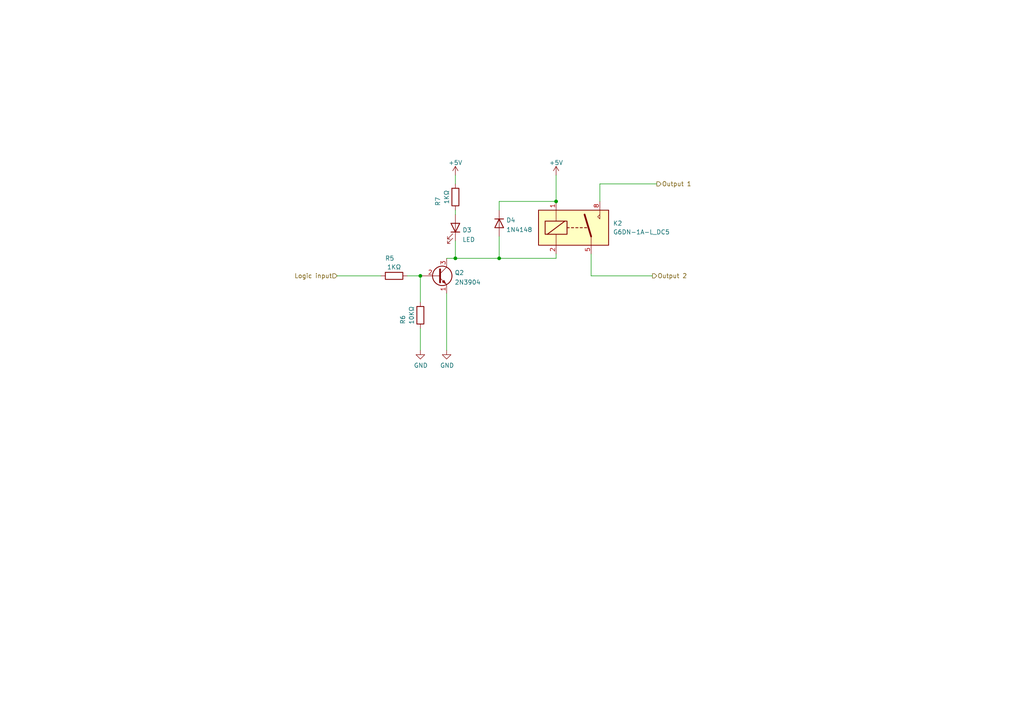
<source format=kicad_sch>
(kicad_sch (version 20211123) (generator eeschema)
  (paper "A4")
  (lib_symbols
    (symbol "Device:LED" (pin_numbers hide) (pin_names (offset 1.016) hide)
      (property "Reference" "D" (at 0 2.54 0))
      (property "Value" "LED" (at 0 -2.54 0))
      (symbol "LED_0_1"
        (polyline (pts (xy -1.27 -1.27) (xy -1.27 1.27)) (stroke (width 0.254)))
        (polyline (pts (xy -1.27 0) (xy 1.27 0)))
        (polyline (pts (xy 1.27 -1.27) (xy 1.27 1.27) (xy -1.27 0) (xy 1.27 -1.27)) (stroke (width 0.254)))
        (polyline (pts (xy -3.048 -0.762) (xy -4.572 -2.286) (xy -3.81 -2.286) (xy -4.572 -2.286) (xy -4.572 -1.524)))
        (polyline (pts (xy -1.778 -0.762) (xy -3.302 -2.286) (xy -2.54 -2.286) (xy -3.302 -2.286) (xy -3.302 -1.524)))
      )
      (symbol "LED_1_1"
        (pin passive line (at -3.81 0 0) (length 2.54) (name "K") (number "1"))
        (pin passive line (at 3.81 0 180) (length 2.54) (name "A") (number "2"))
      )
    )
    (symbol "Device:R" (pin_numbers hide) (pin_names (offset 0))
      (property "Reference" "R" (at 2.032 0 90))
      (property "Value" "R" (at 0 0 90))
      (symbol "R_0_1"
        (rectangle (start -1.016 -2.54) (end 1.016 2.54) (stroke (width 0.254)))
      )
      (symbol "R_1_1"
        (pin passive line (at 0 3.81 270) (length 1.27) (name "~") (number "1"))
        (pin passive line (at 0 -3.81 90) (length 1.27) (name "~") (number "2"))
      )
    )
    (symbol "Diode:1N4148" (pin_numbers hide) (pin_names (offset 1.016) hide)
      (property "Reference" "D" (at 0 2.54 0))
      (property "Value" "1N4148" (at 0 -2.54 0))
      (symbol "1N4148_0_1"
        (polyline (pts (xy -1.27 1.27) (xy -1.27 -1.27)) (stroke (width 0.254)))
        (polyline (pts (xy 1.27 0) (xy -1.27 0)))
        (polyline (pts (xy 1.27 1.27) (xy 1.27 -1.27) (xy -1.27 0) (xy 1.27 1.27)) (stroke (width 0.254)))
      )
      (symbol "1N4148_1_1"
        (pin passive line (at -3.81 0 0) (length 2.54) (name "K") (number "1"))
        (pin passive line (at 3.81 0 180) (length 2.54) (name "A") (number "2"))
      )
    )
    (symbol "Transistor_BJT:2N3904" (pin_names (offset 0) hide)
      (property "Reference" "Q" (at 5.08 1.905 0))
      (property "Value" "2N3904" (at 5.08 0 0))
      (symbol "2N3904_0_1"
        (polyline (pts (xy 0.635 0.635) (xy 2.54 2.54)))
        (polyline (pts (xy 0.635 -0.635) (xy 2.54 -2.54) (xy 2.54 -2.54)))
        (polyline (pts (xy 0.635 1.905) (xy 0.635 -1.905) (xy 0.635 -1.905)) (stroke (width 0.508)))
        (polyline (pts (xy 1.27 -1.778) (xy 1.778 -1.27) (xy 2.286 -2.286) (xy 1.27 -1.778) (xy 1.27 -1.778)) (fill (type outline)))
        (circle (center 1.27 0) (radius 2.8194) (stroke (width 0.254)))
      )
      (symbol "2N3904_1_1"
        (pin passive line (at 2.54 -5.08 90) (length 2.54) (name "E") (number "1"))
        (pin passive line (at -5.08 0 0) (length 5.715) (name "B") (number "2"))
        (pin passive line (at 2.54 5.08 270) (length 2.54) (name "C") (number "3"))
      )
    )
    (symbol "mylife-symbols:G6DN-1A-L_DC5"
      (property "Reference" "K" (at 11.43 3.81 0))
      (property "Value" "G6DN-1A-L_DC5" (at 11.43 1.27 0))
      (symbol "G6DN-1A-L_DC5_0_0"
        (polyline (pts (xy 7.62 5.08) (xy 7.62 2.54) (xy 6.985 3.175) (xy 7.62 3.81)))
      )
      (symbol "G6DN-1A-L_DC5_0_1"
        (rectangle (start -10.16 5.08) (end 10.16 -5.08) (stroke (width 0.254)) (fill (type background)))
        (rectangle (start -8.255 1.905) (end -1.905 -1.905) (stroke (width 0.254)))
        (polyline (pts (xy -7.62 -1.905) (xy -2.54 1.905)) (stroke (width 0.254)))
        (polyline (pts (xy -5.08 -5.08) (xy -5.08 -1.905)))
        (polyline (pts (xy -5.08 5.08) (xy -5.08 1.905)))
        (polyline (pts (xy -1.905 0) (xy -1.27 0)) (stroke (width 0.254)))
        (polyline (pts (xy -0.635 0) (xy 0 0)) (stroke (width 0.254)))
        (polyline (pts (xy 0.635 0) (xy 1.27 0)) (stroke (width 0.254)))
        (polyline (pts (xy 1.905 0) (xy 2.54 0)) (stroke (width 0.254)))
        (polyline (pts (xy 3.175 0) (xy 3.81 0)) (stroke (width 0.254)))
        (polyline (pts (xy 5.08 -2.54) (xy 3.175 3.81)) (stroke (width 0.508)))
        (polyline (pts (xy 5.08 -2.54) (xy 5.08 -5.08)))
      )
      (symbol "G6DN-1A-L_DC5_1_1"
        (pin passive line (at -5.08 7.62 270) (length 2.54) (name "~") (number "1"))
        (pin passive line (at -5.08 -7.62 90) (length 2.54) (name "~") (number "2"))
        (pin passive line (at 5.08 -7.62 90) (length 2.54) (name "~") (number "5"))
        (pin passive line (at 7.62 7.62 270) (length 2.54) (name "~") (number "8"))
      )
    )
    (symbol "power:+5V" (power) (pin_names (offset 0))
      (property "Value" "+5V" (at 0 3.556 0))
      (symbol "+5V_0_1"
        (polyline (pts (xy -0.762 1.27) (xy 0 2.54)))
        (polyline (pts (xy 0 0) (xy 0 2.54)))
        (polyline (pts (xy 0 2.54) (xy 0.762 1.27)))
      )
      (symbol "+5V_1_1"
        (pin power_in line (at 0 0 90) (length 0) hide (name "+5V") (number "1"))
      )
    )
    (symbol "power:GND" (power) (pin_names (offset 0))
      (property "Value" "GND" (at 0 -3.81 0))
      (symbol "GND_0_1"
        (polyline (pts (xy 0 0) (xy 0 -1.27) (xy 1.27 -1.27) (xy 0 -2.54) (xy -1.27 -1.27) (xy 0 -1.27)))
      )
      (symbol "GND_1_1"
        (pin power_in line (at 0 0 270) (length 0) hide (name "GND") (number "1"))
      )
    )
  )
  (junction (at 144.78 74.93))
  (junction (at 161.29 58.42))
  (junction (at 121.92 80.01))
  (junction (at 132.08 74.93))
  (wire (pts (xy 144.78 74.93) (xy 161.29 74.93)))
  (wire (pts (xy 132.08 74.93) (xy 129.54 74.93)))
  (wire (pts (xy 173.99 53.34) (xy 190.5 53.34)))
  (wire (pts (xy 132.08 69.85) (xy 132.08 74.93)))
  (wire (pts (xy 97.79 80.01) (xy 110.49 80.01)))
  (wire (pts (xy 171.45 80.01) (xy 171.45 73.66)))
  (wire (pts (xy 121.92 80.01) (xy 121.92 87.63)))
  (wire (pts (xy 144.78 74.93) (xy 132.08 74.93)))
  (wire (pts (xy 171.45 80.01) (xy 189.23 80.01)))
  (wire (pts (xy 144.78 58.42) (xy 161.29 58.42)))
  (wire (pts (xy 161.29 50.8) (xy 161.29 58.42)))
  (wire (pts (xy 129.54 85.09) (xy 129.54 101.6)))
  (wire (pts (xy 118.11 80.01) (xy 121.92 80.01)))
  (wire (pts (xy 144.78 68.58) (xy 144.78 74.93)))
  (wire (pts (xy 132.08 50.8) (xy 132.08 53.34)))
  (wire (pts (xy 144.78 60.96) (xy 144.78 58.42)))
  (wire (pts (xy 173.99 53.34) (xy 173.99 58.42)))
  (wire (pts (xy 161.29 73.66) (xy 161.29 74.93)))
  (wire (pts (xy 121.92 95.25) (xy 121.92 101.6)))
  (wire (pts (xy 132.08 60.96) (xy 132.08 62.23)))
  (hierarchical_label "Logic input" (shape input) (at 97.79 80.01 180))
  (hierarchical_label "Output 1" (shape output) (at 190.5 53.34 0))
  (hierarchical_label "Output 2" (shape output) (at 189.23 80.01 0))
  (symbol (lib_id "mylife-symbols:G6DN-1A-L_DC5") (at 166.37 66.04 0)
    (property "Reference" "K2" (at 177.8 64.7699 0) (effects (justify left)))
    (property "Value" "G6DN-1A-L_DC5" (at 177.8 67.3099 0) (effects (justify left)))
    (property "Footprint" "rs-online:G6DN-1A-L" (effects hide))
    (property "Datasheet" "https://www.omron.com/ecb/products/pdf/en-g6e.pdf" (effects hide))
  )
  (symbol (lib_id "power:+5V") (at 161.29 50.8 0)
    (property "Reference" "#PWR020" (effects hide))
    (property "Value" "+5V" (at 161.29 47.1955 0))
  )
  (symbol (lib_id "Device:R") (at 114.3 80.01 270)
    (property "Reference" "R5" (at 113.03 74.93 90))
    (property "Value" "1KΩ" (at 114.3 77.47 90))
    (property "Footprint" "Resistor_SMD:R_0402_1005Metric" (effects hide))
    (property "Datasheet" "https://datasheet.lcsc.com/lcsc/2206010216_UNI-ROYAL-Uniroyal-Elec-0402WGF1001TCE_C11702.pdf" (effects hide))
    (property "LCSC" "C11702" (effects hide))
  )
  (symbol (lib_id "Diode:1N4148") (at 144.78 64.77 270)
    (property "Reference" "D4" (at 146.812 63.8615 90) (effects (justify left)))
    (property "Value" "1N4148" (at 146.812 66.6366 90) (effects (justify left)))
    (property "Footprint" "Diode_SMD:D_SOD-123" (effects hide))
    (property "Datasheet" "https://datasheet.lcsc.com/lcsc/1811061725_ST-Semtech-1N4148W_C81598.pdf" (effects hide))
    (property "LCSC" "C81598" (effects hide))
  )
  (symbol (lib_id "power:+5V") (at 132.08 50.8 0)
    (property "Reference" "#PWR019" (effects hide))
    (property "Value" "+5V" (at 132.08 47.1955 0))
  )
  (symbol (lib_id "Transistor_BJT:2N3904") (at 127 80.01 0)
    (property "Reference" "Q2" (at 131.8514 79.1015 0) (effects (justify left)))
    (property "Value" "2N3904" (at 131.8514 81.8766 0) (effects (justify left)))
    (property "Footprint" "jlcpcb:SOT-23-3_L2.9-W1.3-P1.90-LS2.4-TR" (effects hide))
    (property "Datasheet" "https://datasheet.lcsc.com/lcsc/1806151220_KEC-Semicon-2N3904S-RTK-PS_C18536.pdf" (effects hide))
    (property "LCSC" "C18536" (effects hide))
  )
  (symbol (lib_id "Device:LED") (at 132.08 66.04 270) (mirror x)
    (property "Reference" "D3" (at 134.112 66.719 90) (effects (justify left)))
    (property "Value" "LED" (at 134.112 69.4941 90) (effects (justify left)))
    (property "Footprint" "Diode_SMD:D_0805_2012Metric" (effects hide))
    (property "Datasheet" "https://datasheet.lcsc.com/lcsc/1806151820_Hubei-KENTO-Elec-C2297_C2297.pdf" (effects hide))
    (property "LCSC" "C2297" (effects hide))
  )
  (symbol (lib_id "Device:R") (at 121.92 91.44 0)
    (property "Reference" "R6" (at 116.84 92.71 90))
    (property "Value" "10KΩ" (at 119.38 91.44 90))
    (property "Footprint" "Resistor_SMD:R_0402_1005Metric" (effects hide))
    (property "Datasheet" "https://datasheet.lcsc.com/lcsc/2206010100_UNI-ROYAL-Uniroyal-Elec-0402WGF1002TCE_C25744.pdf" (effects hide))
    (property "LCSC" "C25744" (effects hide))
  )
  (symbol (lib_id "power:GND") (at 121.92 101.6 0)
    (property "Reference" "#PWR017" (effects hide))
    (property "Value" "GND" (at 122.047 105.9942 0))
  )
  (symbol (lib_id "power:GND") (at 129.54 101.6 0)
    (property "Reference" "#PWR018" (effects hide))
    (property "Value" "GND" (at 129.667 105.9942 0))
  )
  (symbol (lib_id "Device:R") (at 132.08 57.15 0)
    (property "Reference" "R7" (at 127 58.42 90))
    (property "Value" "1KΩ" (at 129.54 57.15 90))
    (property "Footprint" "Resistor_SMD:R_0402_1005Metric" (effects hide))
    (property "Datasheet" "https://datasheet.lcsc.com/lcsc/2206010216_UNI-ROYAL-Uniroyal-Elec-0402WGF1001TCE_C11702.pdf" (effects hide))
    (property "LCSC" "C11702" (effects hide))
  )
)
</source>
